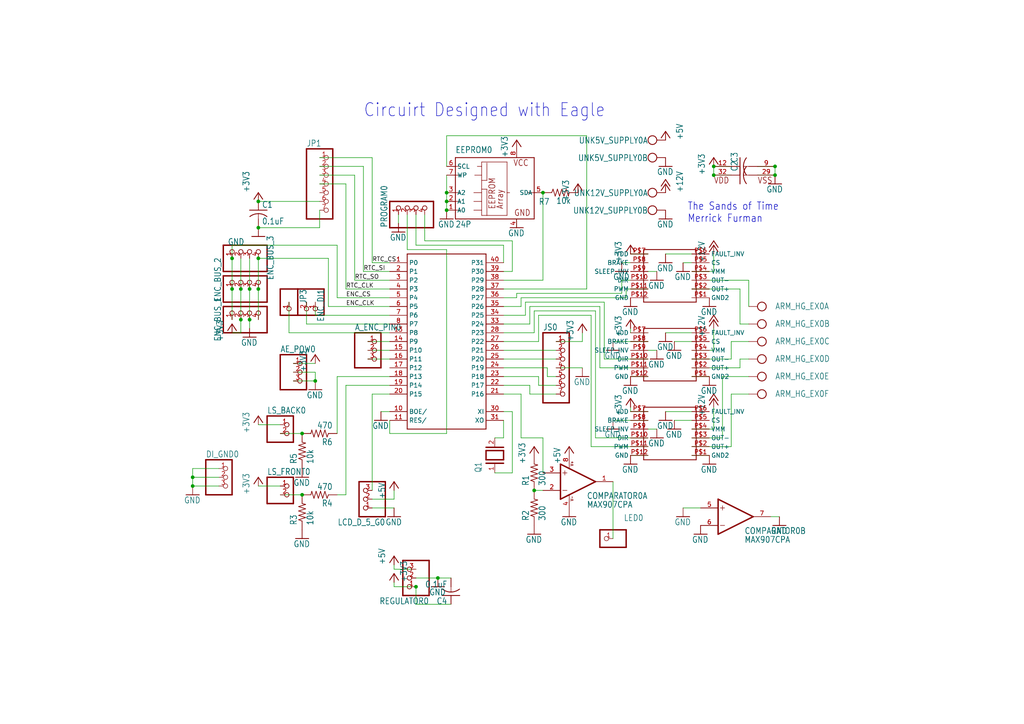
<source format=kicad_sch>
(kicad_sch (version 20230121) (generator eeschema)
  (paper "A4")
  (junction (at 127 167.64))
  (junction (at 207.01 50.8))
  (junction (at 224.79 48.26))
  (junction (at 154.94 142.24))
  (junction (at 87.63 143.51))
  (junction (at 69.85 83.82))
  (junction (at 157.48 55.88))
  (junction (at 67.31 74.93))
  (junction (at 129.54 58.42))
  (junction (at 55.88 138.43))
  (junction (at 129.54 55.88))
  (junction (at 67.31 83.82))
  (junction (at 91.44 110.49))
  (junction (at 74.93 74.93))
  (junction (at 74.93 83.82))
  (junction (at 129.54 60.96))
  (junction (at 207.01 48.26))
  (junction (at 224.79 50.8))
  (junction (at 69.85 92.71))
  (junction (at 120.65 170.18))
  (junction (at 74.93 58.42))
  (junction (at 74.93 66.04))
  (junction (at 87.63 125.73))
  (junction (at 55.88 140.97))
  (junction (at 72.39 83.82))
  (junction (at 72.39 92.71))
  (wire (pts (xy 171.45 91.44) (xy 171.45 129.54)) (stroke (width 0.1524)))
  (wire (pts (xy 67.31 71.12) (xy 67.31 74.93)) (stroke (width 0.1524)))
  (wire (pts (xy 114.3 170.18) (xy 120.65 170.18)) (stroke (width 0.1524)))
  (wire (pts (xy 88.9 87.63) (xy 88.9 93.98)) (stroke (width 0.1524)))
  (wire (pts (xy 97.79 109.22) (xy 113.03 109.22)) (stroke (width 0.1524)))
  (wire (pts (xy 153.67 114.3) (xy 161.29 114.3)) (stroke (width 0.1524)))
  (wire (pts (xy 207.01 48.26) (xy 212.09 48.26)) (stroke (width 0.1524)))
  (wire (pts (xy 74.93 92.71) (xy 74.93 83.82)) (stroke (width 0.1524)))
  (wire (pts (xy 146.05 106.68) (xy 158.75 106.68)) (stroke (width 0.1524)))
  (wire (pts (xy 113.03 91.44) (xy 91.44 91.44)) (stroke (width 0.1524)))
  (wire (pts (xy 157.48 142.24) (xy 154.94 142.24)) (stroke (width 0.1524)))
  (wire (pts (xy 158.75 109.22) (xy 161.29 109.22)) (stroke (width 0.1524)))
  (wire (pts (xy 195.58 121.92) (xy 200.66 121.92)) (stroke (width 0.1524)))
  (wire (pts (xy 63.5 135.89) (xy 55.88 135.89)) (stroke (width 0.1524)))
  (wire (pts (xy 177.8 139.7) (xy 177.8 156.21)) (stroke (width 0.1524)))
  (wire (pts (xy 170.18 83.82) (xy 146.05 83.82)) (stroke (width 0.1524)))
  (wire (pts (xy 92.71 50.8) (xy 102.87 50.8)) (stroke (width 0.1524)))
  (wire (pts (xy 74.93 74.93) (xy 95.25 74.93)) (stroke (width 0.1524)))
  (wire (pts (xy 187.96 109.22) (xy 182.88 109.22)) (stroke (width 0.1524)))
  (wire (pts (xy 120.65 71.12) (xy 146.05 71.12)) (stroke (width 0.1524)))
  (wire (pts (xy 102.87 50.8) (xy 102.87 81.28)) (stroke (width 0.1524)))
  (wire (pts (xy 146.05 119.38) (xy 148.59 119.38)) (stroke (width 0.1524)))
  (wire (pts (xy 72.39 92.71) (xy 72.39 95.25)) (stroke (width 0.1524)))
  (wire (pts (xy 114.3 168.91) (xy 114.3 170.18)) (stroke (width 0.1524)))
  (wire (pts (xy 187.96 81.28) (xy 180.34 81.28)) (stroke (width 0.1524)))
  (wire (pts (xy 95.25 74.93) (xy 95.25 88.9)) (stroke (width 0.1524)))
  (wire (pts (xy 148.59 69.85) (xy 123.19 69.85)) (stroke (width 0.1524)))
  (wire (pts (xy 153.67 111.76) (xy 153.67 114.3)) (stroke (width 0.1524)))
  (wire (pts (xy 100.33 111.76) (xy 113.03 111.76)) (stroke (width 0.1524)))
  (wire (pts (xy 129.54 72.39) (xy 118.11 72.39)) (stroke (width 0.1524)))
  (wire (pts (xy 214.63 93.98) (xy 214.63 83.82)) (stroke (width 0.1524)))
  (wire (pts (xy 149.86 86.36) (xy 146.05 86.36)) (stroke (width 0.1524)))
  (wire (pts (xy 200.66 96.52) (xy 193.04 96.52)) (stroke (width 0.1524)))
  (wire (pts (xy 129.54 125.73) (xy 129.54 72.39)) (stroke (width 0.1524)))
  (wire (pts (xy 130.81 167.64) (xy 127 167.64)) (stroke (width 0.1524)))
  (wire (pts (xy 182.88 119.38) (xy 187.96 119.38)) (stroke (width 0.1524)))
  (wire (pts (xy 87.63 143.51) (xy 81.28 143.51)) (stroke (width 0.1524)))
  (wire (pts (xy 146.05 93.98) (xy 153.67 93.98)) (stroke (width 0.1524)))
  (wire (pts (xy 148.59 78.74) (xy 148.59 69.85)) (stroke (width 0.1524)))
  (wire (pts (xy 187.96 121.92) (xy 177.8 121.92)) (stroke (width 0.1524)))
  (wire (pts (xy 120.65 175.26) (xy 130.81 175.26)) (stroke (width 0.1524)))
  (wire (pts (xy 205.74 86.36) (xy 200.66 86.36)) (stroke (width 0.1524)))
  (wire (pts (xy 69.85 83.82) (xy 69.85 92.71)) (stroke (width 0.1524)))
  (wire (pts (xy 63.5 138.43) (xy 55.88 138.43)) (stroke (width 0.1524)))
  (wire (pts (xy 146.05 81.28) (xy 157.48 81.28)) (stroke (width 0.1524)))
  (wire (pts (xy 180.34 85.09) (xy 149.86 85.09)) (stroke (width 0.1524)))
  (wire (pts (xy 187.96 76.2) (xy 180.34 76.2)) (stroke (width 0.1524)))
  (wire (pts (xy 214.63 106.68) (xy 214.63 104.14)) (stroke (width 0.1524)))
  (wire (pts (xy 207.01 50.8) (xy 212.09 50.8)) (stroke (width 0.1524)))
  (wire (pts (xy 173.99 88.9) (xy 173.99 106.68)) (stroke (width 0.1524)))
  (wire (pts (xy 100.33 83.82) (xy 113.03 83.82)) (stroke (width 0.1524)))
  (wire (pts (xy 187.96 132.08) (xy 182.88 132.08)) (stroke (width 0.1524)))
  (wire (pts (xy 217.17 109.22) (xy 209.55 109.22)) (stroke (width 0.1524)))
  (wire (pts (xy 219.71 50.8) (xy 224.79 50.8)) (stroke (width 0.1524)))
  (wire (pts (xy 203.2 147.32) (xy 198.12 147.32)) (stroke (width 0.1524)))
  (wire (pts (xy 200.66 106.68) (xy 214.63 106.68)) (stroke (width 0.1524)))
  (wire (pts (xy 207.01 50.8) (xy 207.01 48.26)) (stroke (width 0.1524)))
  (wire (pts (xy 63.5 140.97) (xy 55.88 140.97)) (stroke (width 0.1524)))
  (wire (pts (xy 151.13 86.36) (xy 181.61 86.36)) (stroke (width 0.1524)))
  (wire (pts (xy 88.9 93.98) (xy 113.03 93.98)) (stroke (width 0.1524)))
  (wire (pts (xy 182.88 118.11) (xy 182.88 119.38)) (stroke (width 0.1524)))
  (wire (pts (xy 212.09 104.14) (xy 212.09 99.06)) (stroke (width 0.1524)))
  (wire (pts (xy 156.21 99.06) (xy 156.21 91.44)) (stroke (width 0.1524)))
  (wire (pts (xy 187.96 127) (xy 172.72 127)) (stroke (width 0.1524)))
  (wire (pts (xy 156.21 109.22) (xy 156.21 111.76)) (stroke (width 0.1524)))
  (wire (pts (xy 182.88 86.36) (xy 187.96 86.36)) (stroke (width 0.1524)))
  (wire (pts (xy 209.55 127) (xy 200.66 127)) (stroke (width 0.1524)))
  (wire (pts (xy 151.13 127) (xy 151.13 114.3)) (stroke (width 0.1524)))
  (wire (pts (xy 107.95 114.3) (xy 113.03 114.3)) (stroke (width 0.1524)))
  (wire (pts (xy 97.79 71.12) (xy 67.31 71.12)) (stroke (width 0.1524)))
  (wire (pts (xy 168.91 106.68) (xy 161.29 106.68)) (stroke (width 0.1524)))
  (wire (pts (xy 175.26 87.63) (xy 152.4 87.63)) (stroke (width 0.1524)))
  (wire (pts (xy 157.48 127) (xy 151.13 127)) (stroke (width 0.1524)))
  (wire (pts (xy 113.03 101.6) (xy 106.68 101.6)) (stroke (width 0.1524)))
  (wire (pts (xy 107.95 45.72) (xy 107.95 76.2)) (stroke (width 0.1524)))
  (wire (pts (xy 92.71 66.04) (xy 74.93 66.04)) (stroke (width 0.1524)))
  (wire (pts (xy 168.91 96.52) (xy 168.91 99.06)) (stroke (width 0.1524)))
  (wire (pts (xy 217.17 93.98) (xy 214.63 93.98)) (stroke (width 0.1524)))
  (wire (pts (xy 187.96 104.14) (xy 175.26 104.14)) (stroke (width 0.1524)))
  (wire (pts (xy 182.88 73.66) (xy 187.96 73.66)) (stroke (width 0.1524)))
  (wire (pts (xy 182.88 95.25) (xy 182.88 96.52)) (stroke (width 0.1524)))
  (wire (pts (xy 226.06 149.86) (xy 223.52 149.86)) (stroke (width 0.1524)))
  (wire (pts (xy 152.4 91.44) (xy 146.05 91.44)) (stroke (width 0.1524)))
  (wire (pts (xy 207.01 95.25) (xy 207.01 101.6)) (stroke (width 0.1524)))
  (wire (pts (xy 172.72 127) (xy 172.72 90.17)) (stroke (width 0.1524)))
  (wire (pts (xy 91.44 105.41) (xy 85.09 105.41)) (stroke (width 0.1524)))
  (wire (pts (xy 92.71 45.72) (xy 107.95 45.72)) (stroke (width 0.1524)))
  (wire (pts (xy 205.74 109.22) (xy 200.66 109.22)) (stroke (width 0.1524)))
  (wire (pts (xy 118.11 72.39) (xy 118.11 62.23)) (stroke (width 0.1524)))
  (wire (pts (xy 83.82 96.52) (xy 113.03 96.52)) (stroke (width 0.1524)))
  (wire (pts (xy 168.91 99.06) (xy 161.29 99.06)) (stroke (width 0.1524)))
  (wire (pts (xy 129.54 58.42) (xy 129.54 55.88)) (stroke (width 0.1524)))
  (wire (pts (xy 100.33 143.51) (xy 100.33 111.76)) (stroke (width 0.1524)))
  (wire (pts (xy 123.19 69.85) (xy 123.19 62.23)) (stroke (width 0.1524)))
  (wire (pts (xy 212.09 99.06) (xy 217.17 99.06)) (stroke (width 0.1524)))
  (wire (pts (xy 148.59 78.74) (xy 146.05 78.74)) (stroke (width 0.1524)))
  (wire (pts (xy 181.61 83.82) (xy 187.96 83.82)) (stroke (width 0.1524)))
  (wire (pts (xy 146.05 109.22) (xy 156.21 109.22)) (stroke (width 0.1524)))
  (wire (pts (xy 207.01 124.46) (xy 207.01 118.11)) (stroke (width 0.1524)))
  (wire (pts (xy 83.82 87.63) (xy 83.82 96.52)) (stroke (width 0.1524)))
  (wire (pts (xy 190.5 101.6) (xy 187.96 101.6)) (stroke (width 0.1524)))
  (wire (pts (xy 200.66 129.54) (xy 212.09 129.54)) (stroke (width 0.1524)))
  (wire (pts (xy 217.17 81.28) (xy 217.17 88.9)) (stroke (width 0.1524)))
  (wire (pts (xy 153.67 88.9) (xy 173.99 88.9)) (stroke (width 0.1524)))
  (wire (pts (xy 146.05 71.12) (xy 146.05 76.2)) (stroke (width 0.1524)))
  (wire (pts (xy 207.01 78.74) (xy 200.66 78.74)) (stroke (width 0.1524)))
  (wire (pts (xy 91.44 91.44) (xy 91.44 87.63)) (stroke (width 0.1524)))
  (wire (pts (xy 129.54 55.88) (xy 129.54 50.8)) (stroke (width 0.1524)))
  (wire (pts (xy 180.34 81.28) (xy 180.34 85.09)) (stroke (width 0.1524)))
  (wire (pts (xy 113.03 121.92) (xy 113.03 125.73)) (stroke (width 0.1524)))
  (wire (pts (xy 120.65 165.1) (xy 114.3 165.1)) (stroke (width 0.1524)))
  (wire (pts (xy 149.86 85.09) (xy 149.86 86.36)) (stroke (width 0.1524)))
  (wire (pts (xy 100.33 53.34) (xy 100.33 83.82)) (stroke (width 0.1524)))
  (wire (pts (xy 219.71 48.26) (xy 224.79 48.26)) (stroke (width 0.1524)))
  (wire (pts (xy 95.25 88.9) (xy 113.03 88.9)) (stroke (width 0.1524)))
  (wire (pts (xy 195.58 99.06) (xy 200.66 99.06)) (stroke (width 0.1524)))
  (wire (pts (xy 127 167.64) (xy 120.65 167.64)) (stroke (width 0.1524)))
  (wire (pts (xy 149.86 66.04) (xy 149.86 63.5)) (stroke (width 0.1524)))
  (wire (pts (xy 151.13 88.9) (xy 151.13 86.36)) (stroke (width 0.1524)))
  (wire (pts (xy 146.05 121.92) (xy 146.05 127)) (stroke (width 0.1524)))
  (wire (pts (xy 92.71 60.96) (xy 92.71 66.04)) (stroke (width 0.1524)))
  (wire (pts (xy 200.66 104.14) (xy 212.09 104.14)) (stroke (width 0.1524)))
  (wire (pts (xy 161.29 104.14) (xy 146.05 104.14)) (stroke (width 0.1524)))
  (wire (pts (xy 212.09 129.54) (xy 212.09 114.3)) (stroke (width 0.1524)))
  (wire (pts (xy 55.88 138.43) (xy 55.88 140.97)) (stroke (width 0.1524)))
  (wire (pts (xy 91.44 110.49) (xy 85.09 110.49)) (stroke (width 0.1524)))
  (wire (pts (xy 214.63 104.14) (xy 217.17 104.14)) (stroke (width 0.1524)))
  (wire (pts (xy 106.68 99.06) (xy 113.03 99.06)) (stroke (width 0.1524)))
  (wire (pts (xy 200.66 76.2) (xy 198.12 76.2)) (stroke (width 0.1524)))
  (wire (pts (xy 102.87 81.28) (xy 113.03 81.28)) (stroke (width 0.1524)))
  (wire (pts (xy 106.68 104.14) (xy 113.03 104.14)) (stroke (width 0.1524)))
  (wire (pts (xy 146.05 111.76) (xy 153.67 111.76)) (stroke (width 0.1524)))
  (wire (pts (xy 153.67 93.98) (xy 153.67 88.9)) (stroke (width 0.1524)))
  (wire (pts (xy 158.75 106.68) (xy 158.75 109.22)) (stroke (width 0.1524)))
  (wire (pts (xy 190.5 78.74) (xy 187.96 78.74)) (stroke (width 0.1524)))
  (wire (pts (xy 148.59 119.38) (xy 148.59 137.16)) (stroke (width 0.1524)))
  (wire (pts (xy 55.88 135.89) (xy 55.88 138.43)) (stroke (width 0.1524)))
  (wire (pts (xy 129.54 39.37) (xy 170.18 39.37)) (stroke (width 0.1524)))
  (wire (pts (xy 152.4 87.63) (xy 152.4 91.44)) (stroke (width 0.1524)))
  (wire (pts (xy 146.05 127) (xy 143.51 127)) (stroke (width 0.1524)))
  (wire (pts (xy 154.94 90.17) (xy 154.94 96.52)) (stroke (width 0.1524)))
  (wire (pts (xy 182.88 96.52) (xy 187.96 96.52)) (stroke (width 0.1524)))
  (wire (pts (xy 91.44 107.95) (xy 91.44 110.49)) (stroke (width 0.1524)))
  (wire (pts (xy 69.85 74.93) (xy 69.85 83.82)) (stroke (width 0.1524)))
  (wire (pts (xy 157.48 81.28) (xy 157.48 55.88)) (stroke (width 0.1524)))
  (wire (pts (xy 200.66 124.46) (xy 207.01 124.46)) (stroke (width 0.1524)))
  (wire (pts (xy 161.29 101.6) (xy 146.05 101.6)) (stroke (width 0.1524)))
  (wire (pts (xy 200.66 101.6) (xy 207.01 101.6)) (stroke (width 0.1524)))
  (wire (pts (xy 85.09 107.95) (xy 91.44 107.95)) (stroke (width 0.1524)))
  (wire (pts (xy 113.03 125.73) (xy 129.54 125.73)) (stroke (width 0.1524)))
  (wire (pts (xy 97.79 71.12) (xy 97.79 86.36)) (stroke (width 0.1524)))
  (wire (pts (xy 97.79 125.73) (xy 97.79 109.22)) (stroke (width 0.1524)))
  (wire (pts (xy 97.79 143.51) (xy 100.33 143.51)) (stroke (width 0.1524)))
  (wire (pts (xy 110.49 119.38) (xy 113.03 119.38)) (stroke (width 0.1524)))
  (wire (pts (xy 69.85 92.71) (xy 69.85 96.52)) (stroke (width 0.1524)))
  (wire (pts (xy 120.65 170.18) (xy 120.65 175.26)) (stroke (width 0.1524)))
  (wire (pts (xy 209.55 109.22) (xy 209.55 127)) (stroke (width 0.1524)))
  (wire (pts (xy 151.13 114.3) (xy 146.05 114.3)) (stroke (width 0.1524)))
  (wire (pts (xy 146.05 88.9) (xy 151.13 88.9)) (stroke (width 0.1524)))
  (wire (pts (xy 200.66 81.28) (xy 217.17 81.28)) (stroke (width 0.1524)))
  (wire (pts (xy 114.3 147.32) (xy 107.95 147.32)) (stroke (width 0.1524)))
  (wire (pts (xy 72.39 83.82) (xy 72.39 92.71)) (stroke (width 0.1524)))
  (wire (pts (xy 105.41 78.74) (xy 113.03 78.74)) (stroke (width 0.1524)))
  (wire (pts (xy 92.71 53.34) (xy 100.33 53.34)) (stroke (width 0.1524)))
  (wire (pts (xy 175.26 104.14) (xy 175.26 87.63)) (stroke (width 0.1524)))
  (wire (pts (xy 207.01 73.66) (xy 207.01 78.74)) (stroke (width 0.1524)))
  (wire (pts (xy 67.31 83.82) (xy 67.31 74.93)) (stroke (width 0.1524)))
  (wire (pts (xy 148.59 137.16) (xy 143.51 137.16)) (stroke (width 0.1524)))
  (wire (pts (xy 92.71 58.42) (xy 74.93 58.42)) (stroke (width 0.1524)))
  (wire (pts (xy 154.94 96.52) (xy 146.05 96.52)) (stroke (width 0.1524)))
  (wire (pts (xy 146.05 99.06) (xy 156.21 99.06)) (stroke (width 0.1524)))
  (wire (pts (xy 170.18 39.37) (xy 170.18 83.82)) (stroke (width 0.1524)))
  (wire (pts (xy 107.95 76.2) (xy 113.03 76.2)) (stroke (width 0.1524)))
  (wire (pts (xy 129.54 48.26) (xy 129.54 39.37)) (stroke (width 0.1524)))
  (wire (pts (xy 181.61 86.36) (xy 181.61 83.82)) (stroke (width 0.1524)))
  (wire (pts (xy 173.99 106.68) (xy 187.96 106.68)) (stroke (width 0.1524)))
  (wire (pts (xy 224.79 50.8) (xy 224.79 48.26)) (stroke (width 0.1524)))
  (wire (pts (xy 205.74 132.08) (xy 200.66 132.08)) (stroke (width 0.1524)))
  (wire (pts (xy 114.3 144.78) (xy 107.95 144.78)) (stroke (width 0.1524)))
  (wire (pts (xy 72.39 74.93) (xy 72.39 83.82)) (stroke (width 0.1524)))
  (wire (pts (xy 92.71 48.26) (xy 105.41 48.26)) (stroke (width 0.1524)))
  (wire (pts (xy 120.65 62.23) (xy 120.65 71.12)) (stroke (width 0.1524)))
  (wire (pts (xy 114.3 142.24) (xy 114.3 144.78)) (stroke (width 0.1524)))
  (wire (pts (xy 214.63 83.82) (xy 200.66 83.82)) (stroke (width 0.1524)))
  (wire (pts (xy 156.21 111.76) (xy 161.29 111.76)) (stroke (width 0.1524)))
  (wire (pts (xy 172.72 90.17) (xy 154.94 90.17)) (stroke (width 0.1524)))
  (wire (pts (xy 81.28 125.73) (xy 87.63 125.73)) (stroke (width 0.1524)))
  (wire (pts (xy 74.93 83.82) (xy 74.93 74.93)) (stroke (width 0.1524)))
  (wire (pts (xy 69.85 96.52) (xy 67.31 96.52)) (stroke (width 0.1524)))
  (wire (pts (xy 105.41 48.26) (xy 105.41 78.74)) (stroke (width 0.1524)))
  (wire (pts (xy 157.48 127) (xy 157.48 137.16)) (stroke (width 0.1524)))
  (wire (pts (xy 74.93 123.19) (xy 81.28 123.19)) (stroke (width 0.1524)))
  (wire (pts (xy 97.79 86.36) (xy 113.03 86.36)) (stroke (width 0.1524)))
  (wire (pts (xy 212.09 114.3) (xy 217.17 114.3)) (stroke (width 0.1524)))
  (wire (pts (xy 200.66 73.66) (xy 193.04 73.66)) (stroke (width 0.1524)))
  (wire (pts (xy 171.45 129.54) (xy 187.96 129.54)) (stroke (width 0.1524)))
  (wire (pts (xy 67.31 83.82) (xy 67.31 92.71)) (stroke (width 0.1524)))
  (wire (pts (xy 107.95 142.24) (xy 107.95 114.3)) (stroke (width 0.1524)))
  (wire (pts (xy 129.54 60.96) (xy 129.54 58.42)) (stroke (width 0.1524)))
  (wire (pts (xy 200.66 119.38) (xy 193.04 119.38)) (stroke (width 0.1524)))
  (wire (pts (xy 74.93 140.97) (xy 81.28 140.97)) (stroke (width 0.1524)))
  (wire (pts (xy 114.3 165.1) (xy 114.3 163.83)) (stroke (width 0.1524)))
  (wire (pts (xy 187.96 99.06) (xy 177.8 99.06)) (stroke (width 0.1524)))
  (wire (pts (xy 115.57 64.77) (xy 115.57 62.23)) (stroke (width 0.1524)))
  (wire (pts (xy 187.96 124.46) (xy 190.5 124.46)) (stroke (width 0.1524)))
  (wire (pts (xy 156.21 91.44) (xy 171.45 91.44)) (stroke (width 0.1524)))
  (text "Circuirt Designed with Eagle" (at 105.41 34.29 0) (effects (font (size 3.81 3.2385)) (justify left bottom)))
  (text "The Sands of Time\nMerrick Furman" (at 199.39 64.77 0) (effects (font (size 2.1844 1.8567)) (justify left bottom)))
  (label "RTC_SO" (at 102.87 81.28 0) (effects (font (size 1.2446 1.2446))))
  (label "RTC_CLK" (at 100.33 83.82 0) (effects (font (size 1.2446 1.2446))))
  (label "RTC_CS" (at 107.95 76.2 0) (effects (font (size 1.2446 1.2446))))
  (label "ENC_CS" (at 100.33 86.36 0) (effects (font (size 1.2446 1.2446))))
  (label "RTC_SI" (at 105.41 78.74 0) (effects (font (size 1.2446 1.2446))))
  (label "ENC_CLK" (at 100.33 88.9 0) (effects (font (size 1.2446 1.2446))))
  (symbol (lib_id "SandsOfTimePCB-eagle-import:+12V") (at 207.01 92.71 0) (unit 1)
    (property "Reference" "#P+4" (effects hide))
    (property "Value" "+12V" (at 204.47 97.79 90) (effects (font (size 1.778 1.5113)) (justify left bottom)))
  )
  (symbol (lib_id "SandsOfTimePCB-eagle-import:+3V3") (at 182.88 115.57 0) (unit 1)
    (property "Reference" "#+3V9" (effects hide))
    (property "Value" "+3V3" (at 180.34 120.65 90) (effects (font (size 1.778 1.5113)) (justify left bottom)))
  )
  (symbol (lib_id "SandsOfTimePCB-eagle-import:+3V3") (at 182.88 92.71 0) (unit 1)
    (property "Reference" "#+3V8" (effects hide))
    (property "Value" "+3V3" (at 180.34 97.79 90) (effects (font (size 1.778 1.5113)) (justify left bottom)))
  )
  (symbol (lib_id "SandsOfTimePCB-eagle-import:GND") (at 226.06 152.4 0) (unit 1)
    (property "Reference" "#GND37" (effects hide))
    (property "Value" "GND" (at 223.52 154.94 0) (effects (font (size 1.778 1.5113)) (justify left bottom)))
  )
  (symbol (lib_id "SandsOfTimePCB-eagle-import:GND") (at 72.39 97.79 0) (unit 1)
    (property "Reference" "#GND2" (effects hide))
    (property "Value" "GND" (at 69.85 100.33 0) (effects (font (size 1.778 1.5113)) (justify left bottom)))
  )
  (symbol (lib_id "SandsOfTimePCB-eagle-import:GND") (at 193.04 76.2 0) (unit 1)
    (property "Reference" "#GND27" (effects hide))
    (property "Value" "GND" (at 190.5 78.74 0) (effects (font (size 1.778 1.5113)) (justify left bottom)))
  )
  (symbol (lib_id "SandsOfTimePCB-eagle-import:GND") (at 114.3 149.86 0) (unit 1)
    (property "Reference" "#GND4" (effects hide))
    (property "Value" "GND" (at 111.76 152.4 0) (effects (font (size 1.778 1.5113)) (justify left bottom)))
  )
  (symbol (lib_id "SandsOfTimePCB-eagle-import:W237-102") (at 187.96 45.72 0) (unit 2)
    (property "Reference" "UNK5V_SUPPLY0" (at 187.96 44.831 0) (effects (font (size 1.778 1.5113)) (justify right top)))
    (property "Value" "W237-102" (effects hide))
    (property "Footprint" "SandsOfTimePCB:W237-102" (effects hide))
  )
  (symbol (lib_id "SandsOfTimePCB-eagle-import:PINHD-1X7") (at 163.83 106.68 0) (unit 1)
    (property "Reference" "JS0" (at 157.48 95.885 0) (effects (font (size 1.778 1.5113)) (justify left bottom)))
    (property "Value" "PINHD-1X7" (effects hide))
    (property "Footprint" "SandsOfTimePCB:1X07" (effects hide))
  )
  (symbol (lib_id "SandsOfTimePCB-eagle-import:GND") (at 198.12 78.74 0) (unit 1)
    (property "Reference" "#GND28" (effects hide))
    (property "Value" "GND" (at 195.58 81.28 0) (effects (font (size 1.778 1.5113)) (justify left bottom)))
  )
  (symbol (lib_id "SandsOfTimePCB-eagle-import:DRV") (at 186.69 110.49 0) (unit 1)
    (property "Reference" "HG0" (effects hide))
    (property "Value" "DRV" (effects hide))
    (property "Footprint" "SandsOfTimePCB:DRV" (effects hide))
  )
  (symbol (lib_id "SandsOfTimePCB-eagle-import:PINHD-1X3") (at 105.41 144.78 180) (unit 1)
    (property "Reference" "LCD_D_5_G0" (at 111.76 150.495 0) (effects (font (size 1.778 1.5113)) (justify left bottom)))
    (property "Value" "PINHD-1X3" (effects hide))
    (property "Footprint" "SandsOfTimePCB:1X03" (effects hide))
  )
  (symbol (lib_id "SandsOfTimePCB-eagle-import:GND") (at 115.57 67.31 0) (unit 1)
    (property "Reference" "#GND11" (effects hide))
    (property "Value" "GND" (at 113.03 69.85 0) (effects (font (size 1.778 1.5113)) (justify left bottom)))
  )
  (symbol (lib_id "SandsOfTimePCB-eagle-import:W237-6") (at 222.25 104.14 180) (unit 4)
    (property "Reference" "ARM_HG_EX0" (at 224.79 105.029 0) (effects (font (size 1.778 1.5113)) (justify right top)))
    (property "Value" "W237-6" (effects hide))
    (property "Footprint" "SandsOfTimePCB:W237-6" (effects hide))
  )
  (symbol (lib_id "SandsOfTimePCB-eagle-import:24P") (at 142.24 55.88 0) (unit 1)
    (property "Reference" "EEPROM0" (at 132.08 44.45 0) (effects (font (size 1.778 1.5113)) (justify left bottom)))
    (property "Value" "24P" (at 132.08 66.04 0) (effects (font (size 1.778 1.5113)) (justify left bottom)))
    (property "Footprint" "SandsOfTimePCB:DIL8" (effects hide))
  )
  (symbol (lib_id "SandsOfTimePCB-eagle-import:P8X32A-D40") (at 217.17 53.34 0) (unit 1)
    (property "Reference" "PROPELLER0" (effects hide))
    (property "Value" "P8X32A-D40" (effects hide))
    (property "Footprint" "SandsOfTimePCB:P8X32A-D40" (effects hide))
  )
  (symbol (lib_id "SandsOfTimePCB-eagle-import:GND") (at 182.88 134.62 0) (unit 1)
    (property "Reference" "#GND16" (effects hide))
    (property "Value" "GND" (at 180.34 137.16 0) (effects (font (size 1.778 1.5113)) (justify left bottom)))
  )
  (symbol (lib_id "SandsOfTimePCB-eagle-import:DRV") (at 186.69 133.35 0) (unit 1)
    (property "Reference" "ARM0" (effects hide))
    (property "Value" "DRV" (effects hide))
    (property "Footprint" "SandsOfTimePCB:DRV" (effects hide))
  )
  (symbol (lib_id "SandsOfTimePCB-eagle-import:+5V") (at 114.3 139.7 0) (unit 1)
    (property "Reference" "#P+1" (effects hide))
    (property "Value" "+5V" (at 111.76 144.78 90) (effects (font (size 1.778 1.5113)) (justify left bottom)))
  )
  (symbol (lib_id "SandsOfTimePCB-eagle-import:+3V3") (at 114.3 166.37 0) (unit 1)
    (property "Reference" "#+3V14" (effects hide))
    (property "Value" "+3V3" (at 118.11 168.91 90) (effects (font (size 1.778 1.5113)) (justify left bottom)))
  )
  (symbol (lib_id "SandsOfTimePCB-eagle-import:GND") (at 149.86 66.04 0) (unit 1)
    (property "Reference" "#GND9" (effects hide))
    (property "Value" "GND" (at 147.32 68.58 0) (effects (font (size 1.778 1.5113)) (justify left bottom)))
  )
  (symbol (lib_id "SandsOfTimePCB-eagle-import:R-US_0207/10") (at 154.94 137.16 90) (unit 1)
    (property "Reference" "R1" (at 153.4414 140.97 0) (effects (font (size 1.778 1.5113)) (justify left bottom)))
    (property "Value" "300" (at 158.242 140.97 0) (effects (font (size 1.778 1.5113)) (justify left bottom)))
    (property "Footprint" "SandsOfTimePCB:0207_10" (effects hide))
  )
  (symbol (lib_id "SandsOfTimePCB-eagle-import:GND") (at 203.2 154.94 0) (unit 1)
    (property "Reference" "#GND23" (effects hide))
    (property "Value" "GND" (at 200.66 157.48 0) (effects (font (size 1.778 1.5113)) (justify left bottom)))
  )
  (symbol (lib_id "SandsOfTimePCB-eagle-import:GND") (at 182.88 88.9 0) (unit 1)
    (property "Reference" "#GND12" (effects hide))
    (property "Value" "GND" (at 180.34 91.44 0) (effects (font (size 1.778 1.5113)) (justify left bottom)))
  )
  (symbol (lib_id "SandsOfTimePCB-eagle-import:+5V") (at 114.3 161.29 0) (unit 1)
    (property "Reference" "#P+9" (effects hide))
    (property "Value" "+5V" (at 111.76 163.83 90) (effects (font (size 1.778 1.5113)) (justify left bottom)))
  )
  (symbol (lib_id "SandsOfTimePCB-eagle-import:R-US_0207/10") (at 92.71 143.51 180) (unit 1)
    (property "Reference" "R4" (at 96.52 145.0086 0) (effects (font (size 1.778 1.5113)) (justify left bottom)))
    (property "Value" "470" (at 96.52 140.208 0) (effects (font (size 1.778 1.5113)) (justify left bottom)))
    (property "Footprint" "SandsOfTimePCB:0207_10" (effects hide))
  )
  (symbol (lib_id "SandsOfTimePCB-eagle-import:GND") (at 190.5 81.28 0) (unit 1)
    (property "Reference" "#GND26" (effects hide))
    (property "Value" "GND" (at 187.96 83.82 0) (effects (font (size 1.778 1.5113)) (justify left bottom)))
  )
  (symbol (lib_id "SandsOfTimePCB-eagle-import:+5V") (at 165.1 129.54 0) (unit 1)
    (property "Reference" "#P+2" (effects hide))
    (property "Value" "+5V" (at 162.56 134.62 90) (effects (font (size 1.778 1.5113)) (justify left bottom)))
  )
  (symbol (lib_id "SandsOfTimePCB-eagle-import:GND") (at 195.58 124.46 0) (unit 1)
    (property "Reference" "#GND36" (effects hide))
    (property "Value" "GND" (at 193.04 127 0) (effects (font (size 1.778 1.5113)) (justify left bottom)))
  )
  (symbol (lib_id "SandsOfTimePCB-eagle-import:+3V3") (at 154.94 129.54 0) (unit 1)
    (property "Reference" "#+3V4" (effects hide))
    (property "Value" "+3V3" (at 152.4 134.62 90) (effects (font (size 1.778 1.5113)) (justify left bottom)))
  )
  (symbol (lib_id "SandsOfTimePCB-eagle-import:PINHD-1X3") (at 66.04 138.43 0) (unit 1)
    (property "Reference" "DI_GND0" (at 59.69 132.715 0) (effects (font (size 1.778 1.5113)) (justify left bottom)))
    (property "Value" "PINHD-1X3" (effects hide))
    (property "Footprint" "SandsOfTimePCB:1X03" (effects hide))
  )
  (symbol (lib_id "SandsOfTimePCB-eagle-import:GND") (at 55.88 143.51 0) (unit 1)
    (property "Reference" "#GND39" (effects hide))
    (property "Value" "GND" (at 53.34 146.05 0) (effects (font (size 1.778 1.5113)) (justify left bottom)))
  )
  (symbol (lib_id "SandsOfTimePCB-eagle-import:XTAL/S") (at 143.51 132.08 90) (unit 1)
    (property "Reference" "Q1" (at 139.7 137.16 0) (effects (font (size 1.778 1.5113)) (justify left bottom)))
    (property "Value" "XTAL/S" (effects hide))
    (property "Footprint" "SandsOfTimePCB:QS" (effects hide))
  )
  (symbol (lib_id "SandsOfTimePCB-eagle-import:GND") (at 198.12 149.86 0) (unit 1)
    (property "Reference" "#GND24" (effects hide))
    (property "Value" "GND" (at 195.58 152.4 0) (effects (font (size 1.778 1.5113)) (justify left bottom)))
  )
  (symbol (lib_id "SandsOfTimePCB-eagle-import:+3V3") (at 182.88 71.12 0) (unit 1)
    (property "Reference" "#+3V7" (effects hide))
    (property "Value" "+3V3" (at 180.34 76.2 90) (effects (font (size 1.778 1.5113)) (justify left bottom)))
  )
  (symbol (lib_id "SandsOfTimePCB-eagle-import:MAX907CPA") (at 213.36 149.86 0) (unit 2)
    (property "Reference" "COMPARATOR0" (at 215.9 154.94 0) (effects (font (size 1.778 1.5113)) (justify left bottom)))
    (property "Value" "MAX907CPA" (at 215.9 157.48 0) (effects (font (size 1.778 1.5113)) (justify left bottom)))
    (property "Footprint" "SandsOfTimePCB:DIL08" (effects hide))
    (property "SPICEPREFIX" "X" (effects hide))
  )
  (symbol (lib_id "SandsOfTimePCB-eagle-import:R-US_0207/10") (at 87.63 148.59 90) (unit 1)
    (property "Reference" "R3" (at 86.1314 152.4 0) (effects (font (size 1.778 1.5113)) (justify left bottom)))
    (property "Value" "10k" (at 90.932 152.4 0) (effects (font (size 1.778 1.5113)) (justify left bottom)))
    (property "Footprint" "SandsOfTimePCB:0207_10" (effects hide))
  )
  (symbol (lib_id "SandsOfTimePCB-eagle-import:W237-6") (at 222.25 88.9 180) (unit 1)
    (property "Reference" "ARM_HG_EX0" (at 224.79 89.789 0) (effects (font (size 1.778 1.5113)) (justify right top)))
    (property "Value" "W237-6" (effects hide))
    (property "Footprint" "SandsOfTimePCB:W237-6" (effects hide))
  )
  (symbol (lib_id "SandsOfTimePCB-eagle-import:R-US_0207/10") (at 92.71 125.73 180) (unit 1)
    (property "Reference" "R6" (at 96.52 127.2286 0) (effects (font (size 1.778 1.5113)) (justify left bottom)))
    (property "Value" "470" (at 96.52 122.428 0) (effects (font (size 1.778 1.5113)) (justify left bottom)))
    (property "Footprint" "SandsOfTimePCB:0207_10" (effects hide))
  )
  (symbol (lib_id "SandsOfTimePCB-eagle-import:+3V3") (at 168.91 93.98 0) (unit 1)
    (property "Reference" "#+3V3" (effects hide))
    (property "Value" "+3V3" (at 166.37 99.06 90) (effects (font (size 1.778 1.5113)) (justify left bottom)))
  )
  (symbol (lib_id "SandsOfTimePCB-eagle-import:+12V") (at 207.01 71.12 0) (unit 1)
    (property "Reference" "#P+3" (effects hide))
    (property "Value" "+12V" (at 204.47 76.2 90) (effects (font (size 1.778 1.5113)) (justify left bottom)))
  )
  (symbol (lib_id "SandsOfTimePCB-eagle-import:GND") (at 177.8 124.46 0) (unit 1)
    (property "Reference" "#GND33" (effects hide))
    (property "Value" "GND" (at 175.26 127 0) (effects (font (size 1.778 1.5113)) (justify left bottom)))
  )
  (symbol (lib_id "SandsOfTimePCB-eagle-import:W237-6") (at 222.25 99.06 180) (unit 3)
    (property "Reference" "ARM_HG_EX0" (at 224.79 99.949 0) (effects (font (size 1.778 1.5113)) (justify right top)))
    (property "Value" "W237-6" (effects hide))
    (property "Footprint" "SandsOfTimePCB:W237-6" (effects hide))
  )
  (symbol (lib_id "SandsOfTimePCB-eagle-import:GND") (at 91.44 113.03 0) (unit 1)
    (property "Reference" "#GND38" (effects hide))
    (property "Value" "GND" (at 88.9 115.57 0) (effects (font (size 1.778 1.5113)) (justify left bottom)))
  )
  (symbol (lib_id "SandsOfTimePCB-eagle-import:GND") (at 193.04 121.92 0) (unit 1)
    (property "Reference" "#GND35" (effects hide))
    (property "Value" "GND" (at 190.5 124.46 0) (effects (font (size 1.778 1.5113)) (justify left bottom)))
  )
  (symbol (lib_id "SandsOfTimePCB-eagle-import:GND") (at 129.54 63.5 0) (unit 1)
    (property "Reference" "#GND10" (effects hide))
    (property "Value" "GND" (at 127 66.04 0) (effects (font (size 1.778 1.5113)) (justify left bottom)))
  )
  (symbol (lib_id "SandsOfTimePCB-eagle-import:GND") (at 205.74 111.76 0) (unit 1)
    (property "Reference" "#GND14" (effects hide))
    (property "Value" "GND" (at 203.2 114.3 0) (effects (font (size 1.778 1.5113)) (justify left bottom)))
  )
  (symbol (lib_id "SandsOfTimePCB-eagle-import:PINHD-1X1") (at 175.26 156.21 180) (unit 1)
    (property "Reference" "LED0" (at 186.69 149.225 0) (effects (font (size 1.778 1.5113)) (justify left bottom)))
    (property "Value" "PINHD-1X1" (effects hide))
    (property "Footprint" "SandsOfTimePCB:1X01" (effects hide))
  )
  (symbol (lib_id "SandsOfTimePCB-eagle-import:W237-102") (at 187.96 55.88 0) (unit 1)
    (property "Reference" "UNK12V_SUPPLY0" (at 187.96 54.991 0) (effects (font (size 1.778 1.5113)) (justify right top)))
    (property "Value" "W237-102" (effects hide))
    (property "Footprint" "SandsOfTimePCB:W237-102" (effects hide))
  )
  (symbol (lib_id "SandsOfTimePCB-eagle-import:GND") (at 193.04 99.06 0) (unit 1)
    (property "Reference" "#GND31" (effects hide))
    (property "Value" "GND" (at 190.5 101.6 0) (effects (font (size 1.778 1.5113)) (justify left bottom)))
  )
  (symbol (lib_id "SandsOfTimePCB-eagle-import:PINHD-1X3") (at 109.22 101.6 0) (unit 1)
    (property "Reference" "A_ENC_PIN0" (at 102.87 95.885 0) (effects (font (size 1.778 1.5113)) (justify left bottom)))
    (property "Value" "PINHD-1X3" (effects hide))
    (property "Footprint" "SandsOfTimePCB:1X03" (effects hide))
  )
  (symbol (lib_id "SandsOfTimePCB-eagle-import:GND") (at 165.1 149.86 0) (unit 1)
    (property "Reference" "#GND6" (effects hide))
    (property "Value" "GND" (at 162.56 152.4 0) (effects (font (size 1.778 1.5113)) (justify left bottom)))
  )
  (symbol (lib_id "SandsOfTimePCB-eagle-import:GND") (at 87.63 156.21 0) (unit 1)
    (property "Reference" "#GND7" (effects hide))
    (property "Value" "GND" (at 85.09 158.75 0) (effects (font (size 1.778 1.5113)) (justify left bottom)))
  )
  (symbol (lib_id "SandsOfTimePCB-eagle-import:+5V") (at 193.04 38.1 0) (unit 1)
    (property "Reference" "#P+6" (effects hide))
    (property "Value" "+5V" (at 198.12 40.64 90) (effects (font (size 1.778 1.5113)) (justify left bottom)))
  )
  (symbol (lib_id "SandsOfTimePCB-eagle-import:+3V3") (at 74.93 120.65 0) (unit 1)
    (property "Reference" "#+3V5" (effects hide))
    (property "Value" "+3V3" (at 72.39 125.73 90) (effects (font (size 1.778 1.5113)) (justify left bottom)))
  )
  (symbol (lib_id "SandsOfTimePCB-eagle-import:+3V3") (at 74.93 55.88 0) (unit 1)
    (property "Reference" "#+3V1" (effects hide))
    (property "Value" "+3V3" (at 72.39 55.88 90) (effects (font (size 1.778 1.5113)) (justify left bottom)))
  )
  (symbol (lib_id "SandsOfTimePCB-eagle-import:GND") (at 182.88 111.76 0) (unit 1)
    (property "Reference" "#GND15" (effects hide))
    (property "Value" "GND" (at 180.34 114.3 0) (effects (font (size 1.778 1.5113)) (justify left bottom)))
  )
  (symbol (lib_id "SandsOfTimePCB-eagle-import:PINHD-1X4") (at 72.39 81.28 90) (unit 1)
    (property "Reference" "ENC_BUS_2" (at 64.135 87.63 0) (effects (font (size 1.778 1.5113)) (justify left bottom)))
    (property "Value" "PINHD-1X4" (effects hide))
    (property "Footprint" "SandsOfTimePCB:1X04" (effects hide))
  )
  (symbol (lib_id "SandsOfTimePCB-eagle-import:GND") (at 224.79 53.34 0) (unit 1)
    (property "Reference" "#GND18" (effects hide))
    (property "Value" "GND" (at 222.25 55.88 0) (effects (font (size 1.778 1.5113)) (justify left bottom)))
  )
  (symbol (lib_id "SandsOfTimePCB-eagle-import:PINHD-1X4") (at 72.39 90.17 90) (unit 1)
    (property "Reference" "ENC_BUS_1" (at 64.135 99.06 0) (effects (font (size 1.778 1.5113)) (justify left bottom)))
    (property "Value" "PINHD-1X4" (effects hide))
    (property "Footprint" "SandsOfTimePCB:1X04" (effects hide))
  )
  (symbol (lib_id "SandsOfTimePCB-eagle-import:+3V3") (at 149.86 40.64 0) (unit 1)
    (property "Reference" "#+3V12" (effects hide))
    (property "Value" "+3V3" (at 147.32 45.72 90) (effects (font (size 1.778 1.5113)) (justify left bottom)))
  )
  (symbol (lib_id "SandsOfTimePCB-eagle-import:P8X32A-D40") (at 128.27 96.52 0) (unit 2)
    (property "Reference" "PROPELLER0" (effects hide))
    (property "Value" "P8X32A-D40" (effects hide))
    (property "Footprint" "SandsOfTimePCB:P8X32A-D40" (effects hide))
  )
  (symbol (lib_id "SandsOfTimePCB-eagle-import:C-US025-030X050") (at 130.81 172.72 180) (unit 1)
    (property "Reference" "C4" (at 129.794 173.355 0) (effects (font (size 1.778 1.5113)) (justify left bottom)))
    (property "Value" "0.1uF" (at 129.794 168.529 0) (effects (font (size 1.778 1.5113)) (justify left bottom)))
    (property "Footprint" "SandsOfTimePCB:C025-030X050" (effects hide))
  )
  (symbol (lib_id "SandsOfTimePCB-eagle-import:GND") (at 193.04 63.5 0) (unit 1)
    (property "Reference" "#GND20" (effects hide))
    (property "Value" "GND" (at 190.5 66.04 0) (effects (font (size 1.778 1.5113)) (justify left bottom)))
  )
  (symbol (lib_id "SandsOfTimePCB-eagle-import:+12V") (at 207.01 115.57 0) (unit 1)
    (property "Reference" "#P+5" (effects hide))
    (property "Value" "+12V" (at 204.47 120.65 90) (effects (font (size 1.778 1.5113)) (justify left bottom)))
  )
  (symbol (lib_id "SandsOfTimePCB-eagle-import:PINHD-1X7") (at 95.25 53.34 0) (unit 1)
    (property "Reference" "JP1" (at 88.9 42.545 0) (effects (font (size 1.778 1.5113)) (justify left bottom)))
    (property "Value" "PINHD-1X7" (effects hide))
    (property "Footprint" "SandsOfTimePCB:1X07" (effects hide))
  )
  (symbol (lib_id "SandsOfTimePCB-eagle-import:+3V3") (at 67.31 93.98 0) (unit 1)
    (property "Reference" "#+3V2" (effects hide))
    (property "Value" "+3V3" (at 64.77 99.06 90) (effects (font (size 1.778 1.5113)) (justify left bottom)))
  )
  (symbol (lib_id "SandsOfTimePCB-eagle-import:PINHD-1X1") (at 83.82 90.17 270) (unit 1)
    (property "Reference" "JP3" (at 86.995 83.82 0) (effects (font (size 1.778 1.5113)) (justify left bottom)))
    (property "Value" "PINHD-1X1" (effects hide))
    (property "Footprint" "SandsOfTimePCB:1X01" (effects hide))
  )
  (symbol (lib_id "SandsOfTimePCB-eagle-import:GND") (at 110.49 121.92 0) (unit 1)
    (property "Reference" "#GND21" (effects hide))
    (property "Value" "GND" (at 107.95 124.46 0) (effects (font (size 1.778 1.5113)) (justify left bottom)))
  )
  (symbol (lib_id "SandsOfTimePCB-eagle-import:GND") (at 154.94 154.94 0) (unit 1)
    (property "Reference" "#GND5" (effects hide))
    (property "Value" "GND" (at 152.4 157.48 0) (effects (font (size 1.778 1.5113)) (justify left bottom)))
  )
  (symbol (lib_id "SandsOfTimePCB-eagle-import:C-US050-025X075") (at 74.93 60.96 0) (unit 1)
    (property "Reference" "C1" (at 75.946 60.325 0) (effects (font (size 1.778 1.5113)) (justify left bottom)))
    (property "Value" "0.1uF" (at 75.946 65.151 0) (effects (font (size 1.778 1.5113)) (justify left bottom)))
    (property "Footprint" "SandsOfTimePCB:C050-025X075" (effects hide))
  )
  (symbol (lib_id "SandsOfTimePCB-eagle-import:+3V3") (at 167.64 53.34 0) (unit 1)
    (property "Reference" "#+3V13" (effects hide))
    (property "Value" "+3V3" (at 165.1 58.42 90) (effects (font (size 1.778 1.5113)) (justify left bottom)))
  )
  (symbol (lib_id "SandsOfTimePCB-eagle-import:GND") (at 190.5 127 0) (unit 1)
    (property "Reference" "#GND34" (effects hide))
    (property "Value" "GND" (at 187.96 129.54 0) (effects (font (size 1.778 1.5113)) (justify left bottom)))
  )
  (symbol (lib_id "SandsOfTimePCB-eagle-import:GND") (at 177.8 101.6 0) (unit 1)
    (property "Reference" "#GND29" (effects hide))
    (property "Value" "GND" (at 175.26 104.14 0) (effects (font (size 1.778 1.5113)) (justify left bottom)))
  )
  (symbol (lib_id "SandsOfTimePCB-eagle-import:PINHD-1X2") (at 83.82 143.51 0) (unit 1)
    (property "Reference" "LS_FRONT0" (at 77.47 137.795 0) (effects (font (size 1.778 1.5113)) (justify left bottom)))
    (property "Value" "PINHD-1X2" (effects hide))
    (property "Footprint" "SandsOfTimePCB:1X02" (effects hide))
  )
  (symbol (lib_id "SandsOfTimePCB-eagle-import:GND") (at 205.74 88.9 0) (unit 1)
    (property "Reference" "#GND13" (effects hide))
    (property "Value" "GND" (at 203.2 91.44 0) (effects (font (size 1.778 1.5113)) (justify left bottom)))
  )
  (symbol (lib_id "SandsOfTimePCB-eagle-import:GND") (at 180.34 78.74 0) (unit 1)
    (property "Reference" "#GND25" (effects hide))
    (property "Value" "GND" (at 177.8 81.28 0) (effects (font (size 1.778 1.5113)) (justify left bottom)))
  )
  (symbol (lib_id "SandsOfTimePCB-eagle-import:W237-6") (at 222.25 93.98 180) (unit 2)
    (property "Reference" "ARM_HG_EX0" (at 224.79 94.869 0) (effects (font (size 1.778 1.5113)) (justify right top)))
    (property "Value" "W237-6" (effects hide))
    (property "Footprint" "SandsOfTimePCB:W237-6" (effects hide))
  )
  (symbol (lib_id "SandsOfTimePCB-eagle-import:GND") (at 168.91 109.22 0) (unit 1)
    (property "Reference" "#GND3" (effects hide))
    (property "Value" "GND" (at 166.37 111.76 0) (effects (font (size 1.778 1.5113)) (justify left bottom)))
  )
  (symbol (lib_id "SandsOfTimePCB-eagle-import:C-US050-025X075") (at 214.63 48.26 90) (unit 1)
    (property "Reference" "C3" (at 213.995 47.244 0) (effects (font (size 1.778 1.5113)) (justify left bottom)))
    (property "Value" "C-US050-025X075" (effects hide))
    (property "Footprint" "SandsOfTimePCB:C050-025X075" (effects hide))
  )
  (symbol (lib_id "SandsOfTimePCB-eagle-import:GND") (at 205.74 134.62 0) (unit 1)
    (property "Reference" "#GND17" (effects hide))
    (property "Value" "GND" (at 203.2 137.16 0) (effects (font (size 1.778 1.5113)) (justify left bottom)))
  )
  (symbol (lib_id "SandsOfTimePCB-eagle-import:GND") (at 74.93 68.58 0) (unit 1)
    (property "Reference" "#GND1" (effects hide))
    (property "Value" "GND" (at 66.04 71.12 0) (effects (font (size 1.778 1.5113)) (justify left bottom)))
  )
  (symbol (lib_id "SandsOfTimePCB-eagle-import:PINHD-1X4") (at 72.39 72.39 90) (unit 1)
    (property "Reference" "ENC_BUS_3" (at 79.375 81.28 0) (effects (font (size 1.778 1.5113)) (justify left bottom)))
    (property "Value" "PINHD-1X4" (effects hide))
    (property "Footprint" "SandsOfTimePCB:1X04" (effects hide))
  )
  (symbol (lib_id "SandsOfTimePCB-eagle-import:PINHD-1X2") (at 83.82 125.73 0) (unit 1)
    (property "Reference" "LS_BACK0" (at 77.47 120.015 0) (effects (font (size 1.778 1.5113)) (justify left bottom)))
    (property "Value" "PINHD-1X2" (effects hide))
    (property "Footprint" "SandsOfTimePCB:1X02" (effects hide))
  )
  (symbol (lib_id "SandsOfTimePCB-eagle-import:GND") (at 87.63 138.43 0) (unit 1)
    (property "Reference" "#GND8" (effects hide))
    (property "Value" "GND" (at 85.09 140.97 0) (effects (font (size 1.778 1.5113)) (justify left bottom)))
  )
  (symbol (lib_id "SandsOfTimePCB-eagle-import:PINHD-1X4") (at 120.65 59.69 90) (unit 1)
    (property "Reference" "PROGRAM0" (at 112.395 66.04 0) (effects (font (size 1.778 1.5113)) (justify left bottom)))
    (property "Value" "PINHD-1X4" (effects hide))
    (property "Footprint" "SandsOfTimePCB:1X04" (effects hide))
  )
  (symbol (lib_id "SandsOfTimePCB-eagle-import:PINHD-1X3") (at 87.63 107.95 0) (unit 1)
    (property "Reference" "AE_POW0" (at 81.28 102.235 0) (effects (font (size 1.778 1.5113)) (justify left bottom)))
    (property "Value" "PINHD-1X3" (effects hide))
    (property "Footprint" "SandsOfTimePCB:1X03" (effects hide))
  )
  (symbol (lib_id "SandsOfTimePCB-eagle-import:DRV") (at 186.69 87.63 0) (unit 1)
    (property "Reference" "EXTEND0" (effects hide))
    (property "Value" "DRV" (effects hide))
    (property "Footprint" "SandsOfTimePCB:DRV" (effects hide))
  )
  (symbol (lib_id "SandsOfTimePCB-eagle-import:+12V") (at 193.04 53.34 0) (unit 1)
    (property "Reference" "#P+7" (effects hide))
    (property "Value" "+12V" (at 198.12 55.88 90) (effects (font (size 1.778 1.5113)) (justify left bottom)))
  )
  (symbol (lib_id "SandsOfTimePCB-eagle-import:PINHD-1X2") (at 88.9 90.17 270) (unit 1)
    (property "Reference" "ENC_DI1" (at 92.075 83.82 0) (effects (font (size 1.778 1.5113)) (justify left bottom)))
    (property "Value" "PINHD-1X2" (effects hide))
    (property "Footprint" "SandsOfTimePCB:1X02" (effects hide))
  )
  (symbol (lib_id "SandsOfTimePCB-eagle-import:R-US_0207/10") (at 162.56 55.88 0) (unit 1)
    (property "Reference" "R7" (at 156.21 59.4614 0) (effects (font (size 1.778 1.5113)) (justify left bottom)))
    (property "Value" "10k" (at 161.29 59.182 0) (effects (font (size 1.778 1.5113)) (justify left bottom)))
    (property "Footprint" "SandsOfTimePCB:0207_10" (effects hide))
  )
  (symbol (lib_id "SandsOfTimePCB-eagle-import:R-US_0207/10") (at 87.63 130.81 90) (unit 1)
    (property "Reference" "R5" (at 86.1314 134.62 0) (effects (font (size 1.778 1.5113)) (justify left bottom)))
    (property "Value" "10k" (at 90.932 134.62 0) (effects (font (size 1.778 1.5113)) (justify left bottom)))
    (property "Footprint" "SandsOfTimePCB:0207_10" (effects hide))
  )
  (symbol (lib_id "SandsOfTimePCB-eagle-import:W237-102") (at 187.96 40.64 0) (unit 1)
    (property "Reference" "UNK5V_SUPPLY0" (at 187.96 39.751 0) (effects (font (size 1.778 1.5113)) (justify right top)))
    (property "Value" "W237-102" (effects hide))
    (property "Footprint" "SandsOfTimePCB:W237-102" (effects hide))
  )
  (symbol (lib_id "SandsOfTimePCB-eagle-import:C-US050-025X075") (at 214.63 50.8 90) (unit 1)
    (property "Reference" "C2" (at 213.995 49.784 0) (effects (font (size 1.778 1.5113)) (justify left bottom)))
    (property "Value" "C-US050-025X075" (effects hide))
    (property "Footprint" "SandsOfTimePCB:C050-025X075" (effects hide))
  )
  (symbol (lib_id "SandsOfTimePCB-eagle-import:+3V3") (at 91.44 102.87 0) (unit 1)
    (property "Reference" "#+3V18" (effects hide))
    (property "Value" "+3V3" (at 88.9 107.95 90) (effects (font (size 1.778 1.5113)) (justify left bottom)))
  )
  (symbol (lib_id "SandsOfTimePCB-eagle-import:W237-6") (at 222.25 109.22 180) (unit 5)
    (property "Reference" "ARM_HG_EX0" (at 224.79 110.109 0) (effects (font (size 1.778 1.5113)) (justify right top)))
    (property "Value" "W237-6" (effects hide))
    (property "Footprint" "SandsOfTimePCB:W237-6" (effects hide))
  )
  (symbol (lib_id "SandsOfTimePCB-eagle-import:GND") (at 193.04 48.26 0) (unit 1)
    (property "Reference" "#GND19" (effects hide))
    (property "Value" "GND" (at 190.5 50.8 0) (effects (font (size 1.778 1.5113)) (justify left bottom)))
  )
  (symbol (lib_id "SandsOfTimePCB-eagle-import:W237-102") (at 187.96 60.96 0) (unit 2)
    (property "Reference" "UNK12V_SUPPLY0" (at 187.96 60.071 0) (effects (font (size 1.778 1.5113)) (justify right top)))
    (property "Value" "W237-102" (effects hide))
    (property "Footprint" "SandsOfTimePCB:W237-102" (effects hide))
  )
  (symbol (lib_id "SandsOfTimePCB-eagle-import:MAX907CPA") (at 167.64 139.7 0) (unit 1)
    (property "Reference" "COMPARATOR0" (at 170.18 144.78 0) (effects (font (size 1.778 1.5113)) (justify left bottom)))
    (property "Value" "MAX907CPA" (at 170.18 147.32 0) (effects (font (size 1.778 1.5113)) (justify left bottom)))
    (property "Footprint" "SandsOfTimePCB:DIL08" (effects hide))
    (property "SPICEPREFIX" "X" (effects hide))
  )
  (symbol (lib_id "SandsOfTimePCB-eagle-import:GND") (at 190.5 104.14 0) (unit 1)
    (property "Reference" "#GND30" (effects hide))
    (property "Value" "GND" (at 187.96 106.68 0) (effects (font (size 1.778 1.5113)) (justify left bottom)))
  )
  (symbol (lib_id "SandsOfTimePCB-eagle-import:R-US_0207/10") (at 154.94 147.32 90) (unit 1)
    (property "Reference" "R2" (at 153.4414 151.13 0) (effects (font (size 1.778 1.5113)) (justify left bottom)))
    (property "Value" "300" (at 158.242 151.13 0) (effects (font (size 1.778 1.5113)) (justify left bottom)))
    (property "Footprint" "SandsOfTimePCB:0207_10" (effects hide))
  )
  (symbol (lib_id "SandsOfTimePCB-eagle-import:W237-6") (at 222.25 114.3 180) (unit 6)
    (property "Reference" "ARM_HG_EX0" (at 224.79 115.189 0) (effects (font (size 1.778 1.5113)) (justify right top)))
    (property "Value" "W237-6" (effects hide))
    (property "Footprint" "SandsOfTimePCB:W237-6" (effects hide))
  )
  (symbol (lib_id "SandsOfTimePCB-eagle-import:GND") (at 195.58 101.6 0) (unit 1)
    (property "Reference" "#GND32" (effects hide))
    (property "Value" "GND" (at 193.04 104.14 0) (effects (font (size 1.778 1.5113)) (justify left bottom)))
  )
  (symbol (lib_id "SandsOfTimePCB-eagle-import:+3V3") (at 207.01 45.72 0) (unit 1)
    (property "Reference" "#+3V10" (effects hide))
    (property "Value" "+3V3" (at 204.47 50.8 90) (effects (font (size 1.778 1.5113)) (justify left bottom)))
  )
  (symbol (lib_id "SandsOfTimePCB-eagle-import:PINHD-1X3") (at 118.11 167.64 180) (unit 1)
    (property "Reference" "REGULATOR0" (at 124.46 173.355 0) (effects (font (size 1.778 1.5113)) (justify left bottom)))
    (property "Value" "PINHD-1X3" (effects hide))
    (property "Footprint" "SandsOfTimePCB:1X03" (effects hide))
  )
  (symbol (lib_id "SandsOfTimePCB-eagle-import:+3V3") (at 74.93 138.43 0) (unit 1)
    (property "Reference" "#+3V6" (effects hide))
    (property "Value" "+3V3" (at 72.39 143.51 90) (effects (font (size 1.778 1.5113)) (justify left bottom)))
  )
  (symbol (lib_id "SandsOfTimePCB-eagle-import:GND") (at 127 170.18 0) (unit 1)
    (property "Reference" "#GND40" (effects hide))
    (property "Value" "GND" (at 124.46 172.72 0) (effects (font (size 1.778 1.5113)) (justify left bottom)))
  )
)
</source>
